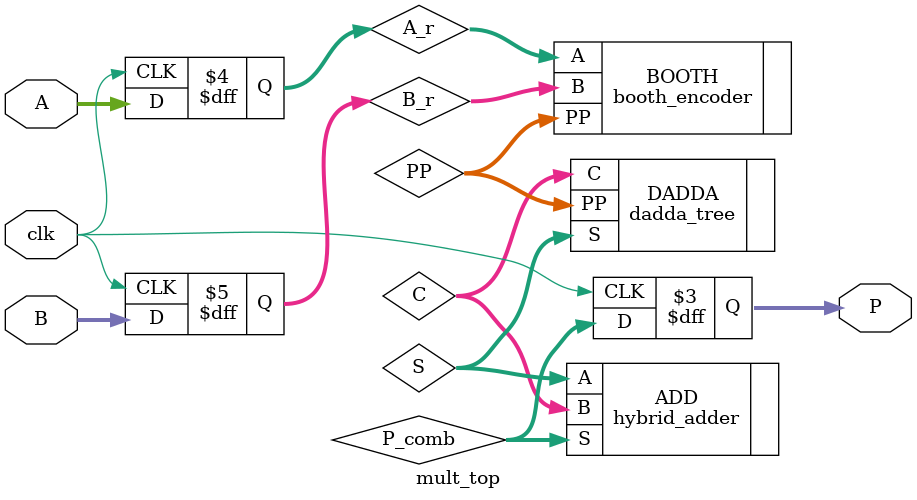
<source format=v>
module mult_top(
    input  clk,
    input  signed [24:0] A,
    input  signed [24:0] B,
    output reg signed [49:0] P
);

    // Input registers
    reg signed [24:0] A_r;
    reg signed [24:0] B_r;

    // Combinational datapath
    wire signed [49:0] PP;
    wire signed [49:0] S;
    wire signed [49:0] C;
    wire signed [49:0] P_comb;

    // Register inputs
    always @(posedge clk) begin
        A_r <= A;
        B_r <= B;
    end

    booth_encoder BOOTH (
        .A(A_r),
        .B(B_r),
        .PP(PP)
    );

    dadda_tree DADDA (
        .PP(PP),
        .S(S),
        .C(C)
    );

    hybrid_adder #(.WIDTH(50), .BLOCK(5)) ADD (
        .A(S),
        .B(C),
        .S(P_comb)
    );


    // Register output
    always @(posedge clk) begin
        P <= P_comb;
    end

endmodule


</source>
